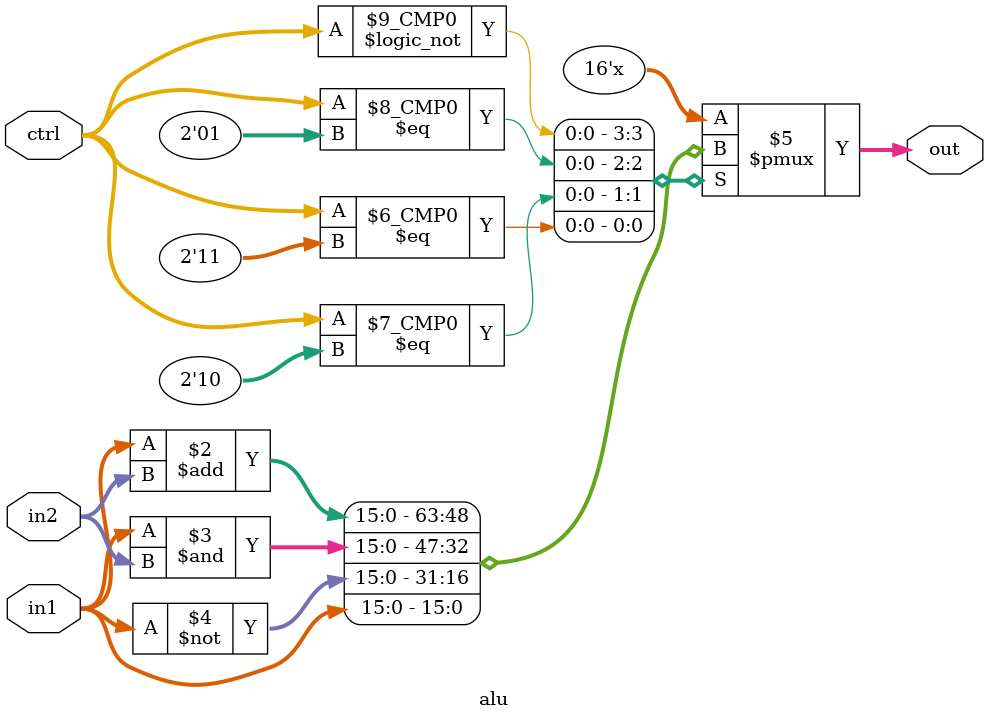
<source format=v>
`timescale 1ns / 1ps
module alu(
    input [15:0] in1,
    input [15:0] in2,
    input [1:0] ctrl,
    output reg [15:0] out
    );
	always @(in1, in2, ctrl)begin
		case (ctrl)
			2'b00 : out = in1 + in2;
			2'b01 : out = in1 & in2;
			2'b10 : out = ~ in1;
			2'b11 : out = in1;
		endcase
	end

endmodule

</source>
